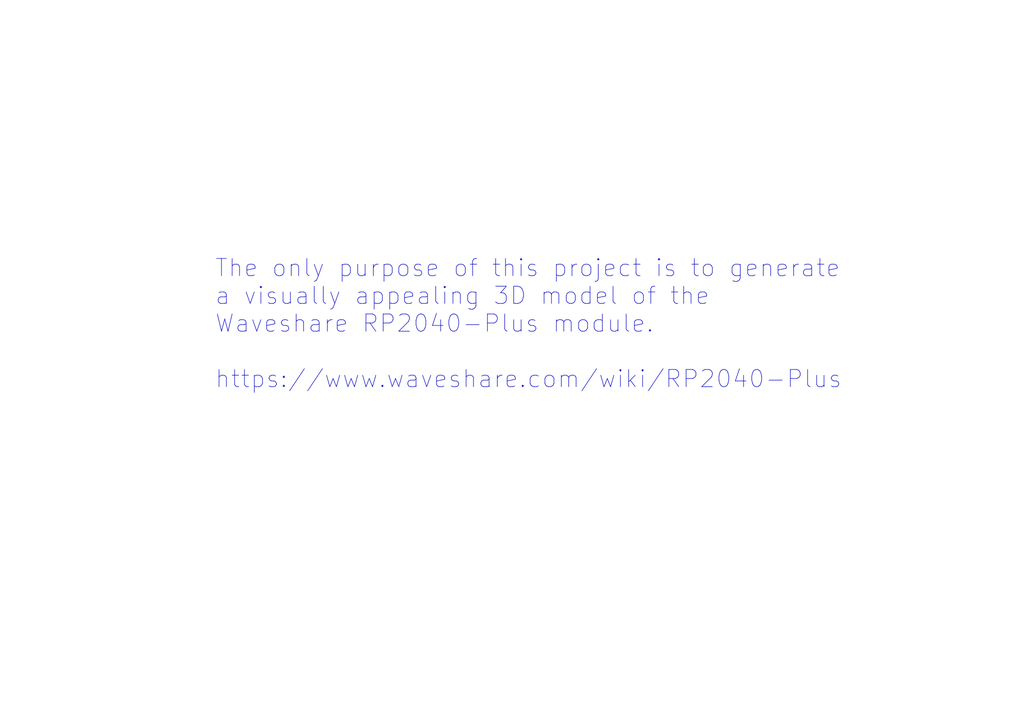
<source format=kicad_sch>
(kicad_sch (version 20211123) (generator eeschema)
  (paper "A4")
  (lib_symbols)
  (text "The only purpose of this project is to generate \na visually appealing 3D model of the \nWaveshare RP2040-Plus module.\n\nhttps://www.waveshare.com/wiki/RP2040-Plus" (at 62.23 113.03 0) (effects (font (size 5 5)) (justify left bottom)))
)
</source>
